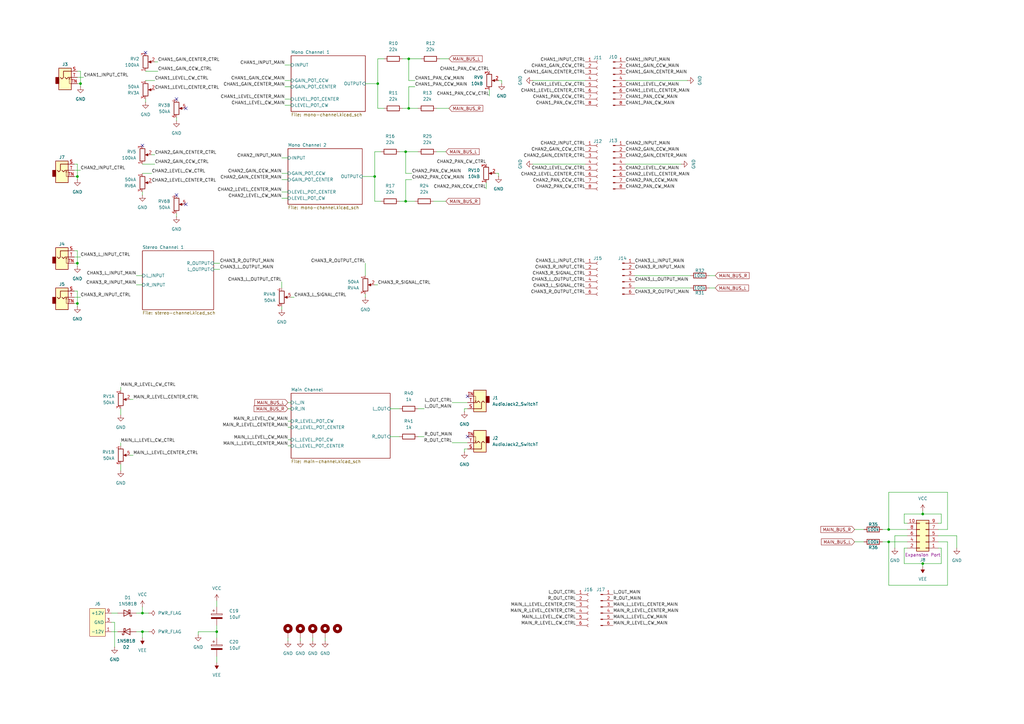
<source format=kicad_sch>
(kicad_sch (version 20231120) (generator "eeschema") (generator_version "8.0")
  (paper "A3")
  (title_block (title "BCM Mixer") (date "2024-11-17") (rev "rev01") (company "Bristol Communal Modular") (comment 2 "creativecommons.org/licenses/by/4.0/") (comment 3 "License: CC BY 4.0") (comment 4 "Author: Guy John"))
  (junction (at 364.49 222.25))
  (junction (at 58.42 251.46))
  (junction (at 31.75 107.95))
  (junction (at 153.67 72.39))
  (junction (at 167.64 44.45))
  (junction (at 31.75 124.46))
  (junction (at 33.02 34.29))
  (junction (at 154.94 34.29))
  (junction (at 88.9 259.08))
  (junction (at 58.42 259.08))
  (junction (at 364.49 217.17))
  (junction (at 167.64 24.13))
  (junction (at 166.37 62.23))
  (junction (at 166.37 82.55))
  (junction (at 378.46 231.14))
  (junction (at 378.46 210.82))
  (junction (at 31.75 72.39))
  (no_connect (at 72.39 40.64))
  (no_connect (at 191.77 179.07))
  (no_connect (at 76.2 44.45))
  (no_connect (at 191.77 162.56))
  (no_connect (at 76.2 83.82))
  (no_connect (at 72.39 80.01))
  (no_connect (at 59.69 21.59))
  (no_connect (at 58.42 59.69))
  (wire (pts (xy 350.52 222.25) (xy 354.33 222.25)))
  (wire (pts (xy 58.42 259.08) (xy 58.42 261.62)))
  (wire (pts (xy 203.2 71.12) (xy 204.47 71.12)))
  (wire (pts (xy 31.75 34.29) (xy 33.02 34.29)))
  (wire (pts (xy 31.75 67.31) (xy 31.75 72.39)))
  (wire (pts (xy 88.9 256.54) (xy 88.9 259.08)))
  (wire (pts (xy 167.64 24.13) (xy 172.72 24.13)))
  (wire (pts (xy 148.59 72.39) (xy 153.67 72.39)))
  (wire (pts (xy 384.81 217.17) (xy 388.62 217.17)))
  (wire (pts (xy 30.48 124.46) (xy 31.75 124.46)))
  (wire (pts (xy 30.48 67.31) (xy 31.75 67.31)))
  (wire (pts (xy 290.83 113.03) (xy 293.37 113.03)))
  (wire (pts (xy 118.11 182.88) (xy 119.38 182.88)))
  (wire (pts (xy 115.57 73.66) (xy 118.11 73.66)))
  (wire (pts (xy 30.48 107.95) (xy 31.75 107.95)))
  (wire (pts (xy 388.62 222.25) (xy 388.62 240.03)))
  (wire (pts (xy 370.84 231.14) (xy 378.46 231.14)))
  (wire (pts (xy 154.94 24.13) (xy 154.94 34.29)))
  (wire (pts (xy 90.17 107.95) (xy 87.63 107.95)))
  (wire (pts (xy 386.08 210.82) (xy 378.46 210.82)))
  (wire (pts (xy 49.53 181.61) (xy 49.53 182.88)))
  (wire (pts (xy 170.18 35.56) (xy 167.64 35.56)))
  (wire (pts (xy 205.74 33.02) (xy 205.74 34.29)))
  (wire (pts (xy 191.77 167.64) (xy 190.5 167.64)))
  (wire (pts (xy 64.77 25.4) (xy 63.5 25.4)))
  (wire (pts (xy 384.81 214.63) (xy 386.08 214.63)))
  (wire (pts (xy 118.11 262.89) (xy 118.11 261.62)))
  (wire (pts (xy 30.48 105.41) (xy 33.02 105.41)))
  (wire (pts (xy 370.84 224.79) (xy 370.84 231.14)))
  (wire (pts (xy 378.46 231.14) (xy 378.46 232.41)))
  (wire (pts (xy 59.69 40.64) (xy 59.69 41.91)))
  (wire (pts (xy 370.84 214.63) (xy 372.11 214.63)))
  (wire (pts (xy 361.95 222.25) (xy 364.49 222.25)))
  (wire (pts (xy 167.64 24.13) (xy 167.64 33.02)))
  (wire (pts (xy 58.42 67.31) (xy 63.5 67.31)))
  (wire (pts (xy 163.83 62.23) (xy 166.37 62.23)))
  (wire (pts (xy 115.57 115.57) (xy 115.57 118.11)))
  (wire (pts (xy 218.44 67.31) (xy 240.03 67.31)))
  (wire (pts (xy 386.08 231.14) (xy 378.46 231.14)))
  (wire (pts (xy 293.37 118.11) (xy 290.83 118.11)))
  (wire (pts (xy 166.37 62.23) (xy 171.45 62.23)))
  (wire (pts (xy 55.88 259.08) (xy 58.42 259.08)))
  (wire (pts (xy 133.35 262.89) (xy 133.35 261.62)))
  (wire (pts (xy 58.42 259.08) (xy 60.96 259.08)))
  (wire (pts (xy 384.81 222.25) (xy 388.62 222.25)))
  (wire (pts (xy 118.11 175.26) (xy 119.38 175.26)))
  (wire (pts (xy 58.42 251.46) (xy 60.96 251.46)))
  (wire (pts (xy 260.35 113.03) (xy 283.21 113.03)))
  (wire (pts (xy 115.57 71.12) (xy 118.11 71.12)))
  (wire (pts (xy 156.21 62.23) (xy 153.67 62.23)))
  (wire (pts (xy 123.19 262.89) (xy 123.19 261.62)))
  (wire (pts (xy 88.9 246.38) (xy 88.9 248.92)))
  (wire (pts (xy 364.49 201.93) (xy 364.49 217.17)))
  (wire (pts (xy 364.49 240.03) (xy 364.49 222.25)))
  (wire (pts (xy 372.11 224.79) (xy 370.84 224.79)))
  (wire (pts (xy 386.08 224.79) (xy 386.08 231.14)))
  (wire (pts (xy 386.08 214.63) (xy 386.08 210.82)))
  (wire (pts (xy 31.75 119.38) (xy 31.75 124.46)))
  (wire (pts (xy 81.28 260.35) (xy 81.28 259.08)))
  (wire (pts (xy 118.11 167.64) (xy 119.38 167.64)))
  (wire (pts (xy 177.8 82.55) (xy 182.88 82.55)))
  (wire (pts (xy 118.11 180.34) (xy 119.38 180.34)))
  (wire (pts (xy 153.67 72.39) (xy 153.67 82.55)))
  (wire (pts (xy 166.37 82.55) (xy 170.18 82.55)))
  (wire (pts (xy 185.42 181.61) (xy 191.77 181.61)))
  (wire (pts (xy 149.86 34.29) (xy 154.94 34.29)))
  (wire (pts (xy 166.37 73.66) (xy 166.37 82.55)))
  (wire (pts (xy 53.34 163.83) (xy 54.61 163.83)))
  (wire (pts (xy 55.88 116.84) (xy 58.42 116.84)))
  (wire (pts (xy 118.11 165.1) (xy 119.38 165.1)))
  (wire (pts (xy 378.46 210.82) (xy 378.46 209.55)))
  (wire (pts (xy 30.48 119.38) (xy 31.75 119.38)))
  (wire (pts (xy 384.81 219.71) (xy 392.43 219.71)))
  (wire (pts (xy 372.11 219.71) (xy 367.03 219.71)))
  (wire (pts (xy 163.83 179.07) (xy 160.02 179.07)))
  (wire (pts (xy 361.95 217.17) (xy 364.49 217.17)))
  (wire (pts (xy 55.88 251.46) (xy 58.42 251.46)))
  (wire (pts (xy 160.02 167.64) (xy 163.83 167.64)))
  (wire (pts (xy 392.43 219.71) (xy 392.43 224.79)))
  (wire (pts (xy 185.42 165.1) (xy 191.77 165.1)))
  (wire (pts (xy 350.52 217.17) (xy 354.33 217.17)))
  (wire (pts (xy 58.42 248.92) (xy 58.42 251.46)))
  (wire (pts (xy 167.64 44.45) (xy 171.45 44.45)))
  (wire (pts (xy 388.62 217.17) (xy 388.62 201.93)))
  (wire (pts (xy 115.57 81.28) (xy 118.11 81.28)))
  (wire (pts (xy 370.84 210.82) (xy 370.84 214.63)))
  (wire (pts (xy 388.62 201.93) (xy 364.49 201.93)))
  (wire (pts (xy 45.72 251.46) (xy 48.26 251.46)))
  (wire (pts (xy 167.64 35.56) (xy 167.64 44.45)))
  (wire (pts (xy 364.49 222.25) (xy 372.11 222.25)))
  (wire (pts (xy 49.53 167.64) (xy 49.53 170.18)))
  (wire (pts (xy 49.53 158.75) (xy 49.53 160.02)))
  (wire (pts (xy 31.75 102.87) (xy 31.75 107.95)))
  (wire (pts (xy 62.23 71.12) (xy 58.42 71.12)))
  (wire (pts (xy 167.64 33.02) (xy 170.18 33.02)))
  (wire (pts (xy 116.84 35.56) (xy 119.38 35.56)))
  (wire (pts (xy 88.9 269.24) (xy 88.9 271.78)))
  (wire (pts (xy 166.37 62.23) (xy 166.37 71.12)))
  (wire (pts (xy 116.84 43.18) (xy 119.38 43.18)))
  (wire (pts (xy 88.9 259.08) (xy 88.9 261.62)))
  (wire (pts (xy 190.5 184.15) (xy 190.5 185.42)))
  (wire (pts (xy 260.35 118.11) (xy 283.21 118.11)))
  (wire (pts (xy 388.62 240.03) (xy 364.49 240.03)))
  (wire (pts (xy 256.54 33.02) (xy 281.94 33.02)))
  (wire (pts (xy 153.67 62.23) (xy 153.67 72.39)))
  (wire (pts (xy 179.07 44.45) (xy 184.15 44.45)))
  (wire (pts (xy 55.88 113.03) (xy 58.42 113.03)))
  (wire (pts (xy 153.67 82.55) (xy 156.21 82.55)))
  (wire (pts (xy 63.5 63.5) (xy 62.23 63.5)))
  (wire (pts (xy 191.77 184.15) (xy 190.5 184.15)))
  (wire (pts (xy 167.64 44.45) (xy 165.1 44.45)))
  (wire (pts (xy 384.81 224.79) (xy 386.08 224.79)))
  (wire (pts (xy 72.39 49.53) (xy 72.39 48.26)))
  (wire (pts (xy 30.48 69.85) (xy 33.02 69.85)))
  (wire (pts (xy 116.84 26.67) (xy 119.38 26.67)))
  (wire (pts (xy 200.66 36.83) (xy 200.66 39.37)))
  (wire (pts (xy 157.48 24.13) (xy 154.94 24.13)))
  (wire (pts (xy 166.37 82.55) (xy 163.83 82.55)))
  (wire (pts (xy 153.67 116.84) (xy 154.94 116.84)))
  (wire (pts (xy 204.47 33.02) (xy 205.74 33.02)))
  (wire (pts (xy 115.57 78.74) (xy 118.11 78.74)))
  (wire (pts (xy 118.11 172.72) (xy 119.38 172.72)))
  (wire (pts (xy 119.38 121.92) (xy 120.65 121.92)))
  (wire (pts (xy 31.75 29.21) (xy 33.02 29.21)))
  (wire (pts (xy 116.84 33.02) (xy 119.38 33.02)))
  (wire (pts (xy 45.72 259.08) (xy 48.26 259.08)))
  (wire (pts (xy 128.27 262.89) (xy 128.27 261.62)))
  (wire (pts (xy 149.86 120.65) (xy 149.86 121.92)))
  (wire (pts (xy 115.57 64.77) (xy 118.11 64.77)))
  (wire (pts (xy 154.94 34.29) (xy 154.94 44.45)))
  (wire (pts (xy 31.75 31.75) (xy 34.29 31.75)))
  (wire (pts (xy 116.84 40.64) (xy 119.38 40.64)))
  (wire (pts (xy 31.75 107.95) (xy 31.75 109.22)))
  (wire (pts (xy 154.94 44.45) (xy 157.48 44.45)))
  (wire (pts (xy 182.88 62.23) (xy 179.07 62.23)))
  (wire (pts (xy 168.91 73.66) (xy 166.37 73.66)))
  (wire (pts (xy 30.48 121.92) (xy 33.02 121.92)))
  (wire (pts (xy 49.53 190.5) (xy 49.53 193.04)))
  (wire (pts (xy 199.39 74.93) (xy 199.39 77.47)))
  (wire (pts (xy 30.48 102.87) (xy 31.75 102.87)))
  (wire (pts (xy 72.39 88.9) (xy 72.39 87.63)))
  (wire (pts (xy 58.42 78.74) (xy 58.42 80.01)))
  (wire (pts (xy 204.47 71.12) (xy 204.47 72.39)))
  (wire (pts (xy 166.37 71.12) (xy 168.91 71.12)))
  (wire (pts (xy 59.69 29.21) (xy 64.77 29.21)))
  (wire (pts (xy 171.45 167.64) (xy 173.99 167.64)))
  (wire (pts (xy 33.02 29.21) (xy 33.02 34.29)))
  (wire (pts (xy 165.1 24.13) (xy 167.64 24.13)))
  (wire (pts (xy 367.03 219.71) (xy 367.03 224.79)))
  (wire (pts (xy 46.99 255.27) (xy 46.99 265.43)))
  (wire (pts (xy 149.86 107.95) (xy 149.86 113.03)))
  (wire (pts (xy 256.54 67.31) (xy 279.4 67.31)))
  (wire (pts (xy 90.17 110.49) (xy 87.63 110.49)))
  (wire (pts (xy 364.49 217.17) (xy 372.11 217.17)))
  (wire (pts (xy 115.57 125.73) (xy 115.57 127)))
  (wire (pts (xy 30.48 72.39) (xy 31.75 72.39)))
  (wire (pts (xy 184.15 24.13) (xy 180.34 24.13)))
  (wire (pts (xy 31.75 124.46) (xy 31.75 125.73)))
  (wire (pts (xy 33.02 34.29) (xy 33.02 35.56)))
  (wire (pts (xy 190.5 167.64) (xy 190.5 168.91)))
  (wire (pts (xy 31.75 72.39) (xy 31.75 73.66)))
  (wire (pts (xy 63.5 33.02) (xy 59.69 33.02)))
  (wire (pts (xy 378.46 210.82) (xy 370.84 210.82)))
  (wire (pts (xy 173.99 179.07) (xy 171.45 179.07)))
  (wire (pts (xy 81.28 259.08) (xy 88.9 259.08)))
  (wire (pts (xy 218.44 33.02) (xy 240.03 33.02)))
  (wire (pts (xy 45.72 255.27) (xy 46.99 255.27)))
  (wire (pts (xy 53.34 186.69) (xy 54.61 186.69)))
  (label "CHAN2_GAIN_CCW_MAIN" (at 115.57 71.12 180))
  (label "CHAN1_INPUT_MAIN" (at 256.54 25.4 0))
  (label "CHAN1_LEVEL_CENTER_MAIN" (at 116.84 40.64 180))
  (label "CHAN1_PAN_CCW_MAIN" (at 170.18 35.56 0))
  (label "CHAN2_GAIN_CCW_MAIN" (at 256.54 62.23 0))
  (label "MAIN_R_LEVEL_CW_MAIN" (at 118.11 172.72 180))
  (label "CHAN3_L_INPUT_MAIN" (at 55.88 113.03 180))
  (label "MAIN_R_LEVEL_CW_CTRL" (at 49.53 158.75 0))
  (label "CHAN3_L_INPUT_CTRL" (at 33.02 105.41 0))
  (label "CHAN1_GAIN_CENTER_CTRL" (at 64.77 25.4 0))
  (label "R_OUT_CTRL" (at 236.22 246.38 180))
  (label "CHAN1_PAN_CW_CTRL" (at 200.66 29.21 180))
  (label "MAIN_L_LEVEL_CW_MAIN" (at 251.46 254 0))
  (label "CHAN2_LEVEL_CENTER_MAIN" (at 256.54 72.39 0))
  (label "CHAN2_PAN_CW_MAIN" (at 168.91 71.12 0))
  (label "CHAN2_GAIN_CCW_CTRL" (at 240.03 62.23 180))
  (label "L_OUT_MAIN" (at 173.99 167.64 0))
  (label "CHAN1_PAN_CCW_CTRL" (at 200.66 39.37 180))
  (label "CHAN2_GAIN_CENTER_CTRL" (at 63.5 63.5 0))
  (label "CHAN3_L_SIGNAL_CTRL" (at 120.65 121.92 0))
  (label "CHAN2_LEVEL_CW_CTRL" (at 62.23 71.12 0))
  (label "CHAN1_PAN_CW_MAIN" (at 170.18 33.02 0))
  (label "CHAN2_LEVEL_CW_CTRL" (at 240.03 69.85 180))
  (label "MAIN_R_LEVEL_CENTER_CTRL" (at 236.22 251.46 180))
  (label "MAIN_L_LEVEL_CW_MAIN" (at 118.11 180.34 180))
  (label "MAIN_L_LEVEL_CENTER_MAIN" (at 251.46 248.92 0))
  (label "CHAN1_GAIN_CCW_MAIN" (at 256.54 27.94 0))
  (label "CHAN1_PAN_CCW_MAIN" (at 256.54 40.64 0))
  (label "CHAN2_LEVEL_CW_MAIN" (at 115.57 81.28 180))
  (label "CHAN1_GAIN_CCW_MAIN" (at 116.84 33.02 180))
  (label "CHAN1_PAN_CW_MAIN" (at 256.54 43.18 0))
  (label "CHAN3_R_SIGNAL_CTRL" (at 240.03 113.03 180))
  (label "CHAN3_R_SIGNAL_CTRL" (at 154.94 116.84 0))
  (label "CHAN2_PAN_CW_CTRL" (at 240.03 77.47 180))
  (label "CHAN1_GAIN_CCW_CTRL" (at 240.03 27.94 180))
  (label "MAIN_L_LEVEL_CENTER_CTRL" (at 54.61 186.69 0))
  (label "CHAN1_LEVEL_CW_CTRL" (at 63.5 33.02 0))
  (label "CHAN2_PAN_CW_MAIN" (at 256.54 77.47 0))
  (label "CHAN1_LEVEL_CW_MAIN" (at 256.54 35.56 0))
  (label "CHAN2_PAN_CCW_MAIN" (at 168.91 73.66 0))
  (label "CHAN1_GAIN_CENTER_CTRL" (at 240.03 30.48 180))
  (label "CHAN1_INPUT_CTRL" (at 34.29 31.75 0))
  (label "CHAN2_LEVEL_CENTER_MAIN" (at 115.57 78.74 180))
  (label "CHAN3_L_OUTPUT_CTRL" (at 240.03 115.57 180))
  (label "CHAN3_L_OUTPUT_MAIN" (at 260.35 115.57 0))
  (label "CHAN3_R_INPUT_MAIN" (at 260.35 110.49 0))
  (label "CHAN1_LEVEL_CENTER_MAIN" (at 256.54 38.1 0))
  (label "CHAN2_PAN_CW_CTRL" (at 199.39 67.31 180))
  (label "CHAN3_L_OUTPUT_CTRL" (at 115.57 115.57 180))
  (label "CHAN3_R_OUTPUT_MAIN" (at 90.17 107.95 0))
  (label "CHAN2_GAIN_CENTER_CTRL" (at 240.03 64.77 180))
  (label "CHAN3_R_INPUT_MAIN" (at 55.88 116.84 180))
  (label "CHAN2_GAIN_CENTER_MAIN" (at 115.57 73.66 180))
  (label "CHAN1_LEVEL_CW_CTRL" (at 240.03 35.56 180))
  (label "CHAN2_GAIN_CCW_CTRL" (at 63.5 67.31 0))
  (label "CHAN3_L_SIGNAL_CTRL" (at 240.03 118.11 180))
  (label "CHAN3_R_OUTPUT_CTRL" (at 149.86 107.95 180))
  (label "MAIN_L_LEVEL_CW_CTRL" (at 49.53 181.61 0))
  (label "CHAN3_R_OUTPUT_MAIN" (at 260.35 120.65 0))
  (label "CHAN3_R_INPUT_CTRL" (at 33.02 121.92 0))
  (label "L_OUT_MAIN" (at 251.46 243.84 0))
  (label "CHAN2_PAN_CCW_CTRL" (at 199.39 77.47 180))
  (label "CHAN1_GAIN_CENTER_MAIN" (at 116.84 35.56 180))
  (label "CHAN1_PAN_CW_CTRL" (at 240.03 43.18 180))
  (label "CHAN3_L_INPUT_MAIN" (at 260.35 107.95 0))
  (label "CHAN1_PAN_CCW_CTRL" (at 240.03 40.64 180))
  (label "CHAN3_L_OUTPUT_MAIN" (at 90.17 110.49 0))
  (label "L_OUT_CTRL" (at 185.42 165.1 180))
  (label "CHAN2_LEVEL_CENTER_CTRL" (at 62.23 74.93 0))
  (label "CHAN3_R_OUTPUT_CTRL" (at 240.03 120.65 180))
  (label "MAIN_R_LEVEL_CENTER_MAIN" (at 118.11 175.26 180))
  (label "R_OUT_CTRL" (at 185.42 181.61 180))
  (label "CHAN2_PAN_CCW_CTRL" (at 240.03 74.93 180))
  (label "CHAN1_GAIN_CCW_CTRL" (at 64.77 29.21 0))
  (label "CHAN3_R_INPUT_CTRL" (at 240.03 110.49 180))
  (label "CHAN3_L_INPUT_CTRL" (at 240.03 107.95 180))
  (label "CHAN1_INPUT_CTRL" (at 240.03 25.4 180))
  (label "CHAN2_LEVEL_CW_MAIN" (at 256.54 69.85 0))
  (label "CHAN1_INPUT_MAIN" (at 116.84 26.67 180))
  (label "L_OUT_CTRL" (at 236.22 243.84 180))
  (label "R_OUT_MAIN" (at 251.46 246.38 0))
  (label "MAIN_R_LEVEL_CENTER_MAIN" (at 251.46 251.46 0))
  (label "CHAN1_LEVEL_CENTER_CTRL" (at 63.5 36.83 0))
  (label "CHAN2_INPUT_CTRL" (at 33.02 69.85 0))
  (label "MAIN_L_LEVEL_CENTER_MAIN" (at 118.11 182.88 180))
  (label "MAIN_R_LEVEL_CW_MAIN" (at 251.46 256.54 0))
  (label "CHAN2_PAN_CCW_MAIN" (at 256.54 74.93 0))
  (label "CHAN2_INPUT_MAIN" (at 115.57 64.77 180))
  (label "CHAN2_INPUT_MAIN" (at 256.54 59.69 0))
  (label "MAIN_R_LEVEL_CENTER_CTRL" (at 54.61 163.83 0))
  (label "CHAN2_LEVEL_CENTER_CTRL" (at 240.03 72.39 180))
  (label "CHAN1_LEVEL_CENTER_CTRL" (at 240.03 38.1 180))
  (label "MAIN_L_LEVEL_CW_CTRL" (at 236.22 254 180))
  (label "MAIN_L_LEVEL_CENTER_CTRL" (at 236.22 248.92 180))
  (label "CHAN1_GAIN_CENTER_MAIN" (at 256.54 30.48 0))
  (label "CHAN2_GAIN_CENTER_MAIN" (at 256.54 64.77 0))
  (label "CHAN1_LEVEL_CW_MAIN" (at 116.84 43.18 180))
  (label "CHAN2_INPUT_CTRL" (at 240.03 59.69 180))
  (label "R_OUT_MAIN" (at 173.99 179.07 0))
  (label "MAIN_R_LEVEL_CW_CTRL" (at 236.22 256.54 180))
  (global_label "MAIN_BUS_R" (shape input) (at 184.15 44.45 0) (property "Intersheetrefs" "${INTERSHEET_REFS}" (effects (hide yes))))
  (global_label "MAIN_BUS_R" (shape input) (at 350.52 217.17 180) (property "Intersheetrefs" "${INTERSHEET_REFS}" (effects (hide yes))))
  (global_label "MAIN_BUS_R" (shape input) (at 118.11 167.64 180) (property "Intersheetrefs" "${INTERSHEET_REFS}" (effects (hide yes))))
  (global_label "MAIN_BUS_R" (shape input) (at 182.88 82.55 0) (property "Intersheetrefs" "${INTERSHEET_REFS}" (effects (hide yes))))
  (global_label "MAIN_BUS_R" (shape input) (at 293.37 113.03 0) (property "Intersheetrefs" "${INTERSHEET_REFS}" (effects (hide yes))))
  (global_label "MAIN_BUS_L" (shape input) (at 182.88 62.23 0) (property "Intersheetrefs" "${INTERSHEET_REFS}" (effects (hide yes))))
  (global_label "MAIN_BUS_L" (shape input) (at 350.52 222.25 180) (property "Intersheetrefs" "${INTERSHEET_REFS}" (effects (hide yes))))
  (global_label "MAIN_BUS_L" (shape input) (at 293.37 118.11 0) (property "Intersheetrefs" "${INTERSHEET_REFS}" (effects (hide yes))))
  (global_label "MAIN_BUS_L" (shape input) (at 184.15 24.13 0) (property "Intersheetrefs" "${INTERSHEET_REFS}" (effects (hide yes))))
  (global_label "MAIN_BUS_L" (shape input) (at 118.11 165.1 180) (property "Intersheetrefs" "${INTERSHEET_REFS}" (effects (hide yes))))
  (symbol (lib_id "Rumblesan_Standard_Parts:R_Potentiometer_Dual_Separate") (at 149.86 116.84 0) (unit 1)
    (property "Reference" "RV4" (at 147.32 118.1101 0) (effects (justify right)))
    (property "Value" "50kA" (at 147.32 115.5701 0) (effects (justify right)))
    (property "Footprint" "Rumblesan_Potentiometer_THT:Potentiometer_TTElectronics_PS45_Dual_Frame" (effects (hide yes)))
    (property "Description" "Dual potentiometer, separate units" (effects (hide yes)))
  )
  (symbol (lib_id "power:GND") (at 31.75 73.66 0) (unit 1)
    (property "Reference" "#PWR043" (effects (hide yes)))
    (property "Value" "GND" (at 31.75 78.74 0))
    (property "Description" "Power symbol creates a global label with name \"GND\" , ground" (effects (hide yes)))
  )
  (symbol (lib_id "power:GND") (at 33.02 35.56 0) (unit 1)
    (property "Reference" "#PWR08" (effects (hide yes)))
    (property "Value" "GND" (at 33.02 40.64 0))
    (property "Description" "Power symbol creates a global label with name \"GND\" , ground" (effects (hide yes)))
  )
  (symbol (lib_id "power:GND") (at 123.19 262.89 0) (unit 1)
    (property "Reference" "#PWR056" (effects (hide yes)))
    (property "Value" "GND" (at 123.19 267.97 0))
    (property "Description" "Power symbol creates a global label with name \"GND\" , ground" (effects (hide yes)))
  )
  (symbol (lib_id "Rumblesan_Standard_Parts:R") (at 160.02 62.23 90) (unit 1)
    (property "Reference" "R16" (at 160.02 55.88 90))
    (property "Value" "22k" (at 160.02 58.42 90))
    (property "Footprint" "Rumblesan_Standard_Parts:R_Axial_DIN0207_L6.3mm_D2.5mm_P10.16mm_Horizontal" (effects (hide yes)))
    (property "Description" "Resistor" (effects (hide yes)))
    (property "Tolerance" "1%" (effects (hide yes)))
    (property "Power" "0.5W" (effects (hide yes)))
    (property "Spec" "metal film" (effects (hide yes)))
  )
  (symbol (lib_id "Rumblesan_Standard_Parts:R") (at 176.53 24.13 90) (unit 1)
    (property "Reference" "R12" (at 176.53 17.78 90))
    (property "Value" "22k" (at 176.53 20.32 90))
    (property "Footprint" "Rumblesan_Standard_Parts:R_Axial_DIN0207_L6.3mm_D2.5mm_P10.16mm_Horizontal" (effects (hide yes)))
    (property "Description" "Resistor" (effects (hide yes)))
    (property "Tolerance" "1%" (effects (hide yes)))
    (property "Power" "0.5W" (effects (hide yes)))
    (property "Spec" "metal film" (effects (hide yes)))
  )
  (symbol (lib_id "power:GND") (at 218.44 33.02 270) (unit 1)
    (property "Reference" "#PWR061" (effects (hide yes)))
    (property "Value" "GND" (at 213.36 33.02 0))
    (property "Description" "Power symbol creates a global label with name \"GND\" , ground" (effects (hide yes)))
  )
  (symbol (lib_id "Connector:Conn_01x08_Socket") (at 245.11 67.31 0) (unit 1)
    (property "Reference" "J12" (at 243.332 57.912 0) (effects (justify left)))
    (property "Value" "Conn_01x08_Socket" (effects (hide yes)))
    (property "Footprint" "Connector_PinSocket_2.54mm:PinSocket_1x08_P2.54mm_Vertical" (effects (hide yes)))
    (property "Description" "Generic connector, single row, 01x08, script generated" (effects (hide yes)))
  )
  (symbol (lib_id "power:GND") (at 72.39 88.9 0) (unit 1)
    (property "Reference" "#PWR054" (effects (hide yes)))
    (property "Value" "GND" (at 72.39 93.98 0))
    (property "Description" "Power symbol creates a global label with name \"GND\" , ground" (effects (hide yes)))
  )
  (symbol (lib_id "Connector:Conn_01x06_Pin") (at 255.27 113.03 0) (unit 1)
    (property "Reference" "J14" (at 255.27 105.918 0))
    (property "Value" "Conn_01x06_Pin" (effects (hide yes)))
    (property "Footprint" "Connector_PinHeader_2.54mm:PinHeader_1x06_P2.54mm_Vertical" (effects (hide yes)))
    (property "Description" "Generic connector, single row, 01x06, script generated" (effects (hide yes)))
  )
  (symbol (lib_id "Mechanical:MountingHole_Pad") (at 123.19 259.08 0) (unit 1) (exclude_from_sim yes) (in_bom no)
    (property "Reference" "H2" (effects (hide yes)))
    (property "Value" "MountingHole_Pad" (effects (hide yes)))
    (property "Footprint" "Rumblesan_Standard_Parts:MountingHole_3.2mm_M3_DIN965_Pad" (effects (hide yes)))
    (property "Description" "Mounting Hole with connection" (effects (hide yes)))
  )
  (symbol (lib_id "Rumblesan_Standard_Parts:R_Potentiometer") (at 58.42 63.5 0) (mirror x) (unit 1)
    (property "Reference" "RV5" (at 55.88 62.2299 0) (effects (justify right)))
    (property "Value" "100kA" (at 55.88 64.7699 0) (effects (justify right)))
    (property "Footprint" "Rumblesan_Potentiometer_THT:Potentiometer_Alpha_RD901F-40-00D_Single_Vertical" (effects (hide yes)))
    (property "Datasheet" "http://www.taiwanalpha.com/downloads?target=products&id=113" (effects (hide yes)))
    (property "Description" "Potentiometer" (effects (hide yes)))
  )
  (symbol (lib_id "power:GND") (at 133.35 262.89 0) (unit 1)
    (property "Reference" "#PWR068" (effects (hide yes)))
    (property "Value" "GND" (at 133.35 267.97 0))
    (property "Description" "Power symbol creates a global label with name \"GND\" , ground" (effects (hide yes)))
  )
  (symbol (lib_id "power:GND") (at 204.47 72.39 0) (unit 1)
    (property "Reference" "#PWR064" (effects (hide yes)))
    (property "Value" "GND" (at 204.47 77.47 0))
    (property "Description" "Power symbol creates a global label with name \"GND\" , ground" (effects (hide yes)))
  )
  (symbol (lib_id "power:PWR_FLAG") (at 60.96 259.08 270) (unit 1)
    (property "Reference" "#FLG02" (effects (hide yes)))
    (property "Value" "PWR_FLAG" (at 64.77 259.0799 90) (effects (justify left)))
    (property "Description" "Special symbol for telling ERC where power comes from" (effects (hide yes)))
  )
  (symbol (lib_id "Connector_Audio:AudioJack2_SwitchT") (at 26.67 31.75 0) (unit 1)
    (property "Reference" "J3" (at 26.67 26.416 0))
    (property "Value" "AudioJack2_SwitchT" (effects (hide yes)))
    (property "Footprint" "Rumblesan_Audio_Connectors:Jack_3.5mm_QingPu_WQP-PJ398SM_Vertical" (effects (hide yes)))
    (property "Description" "Audio Jack, 2 Poles (Mono / TS), Switched T Pole (Normalling)" (effects (hide yes)))
  )
  (symbol (lib_id "Mechanical:MountingHole_Pad") (at 118.11 259.08 0) (unit 1) (exclude_from_sim yes) (in_bom no)
    (property "Reference" "H1" (effects (hide yes)))
    (property "Value" "MountingHole_Pad" (effects (hide yes)))
    (property "Footprint" "Rumblesan_Standard_Parts:MountingHole_3.2mm_M3_DIN965_Pad" (effects (hide yes)))
    (property "Description" "Mounting Hole with connection" (effects (hide yes)))
  )
  (symbol (lib_id "power:GND") (at 118.11 262.89 0) (unit 1)
    (property "Reference" "#PWR055" (effects (hide yes)))
    (property "Value" "GND" (at 118.11 267.97 0))
    (property "Description" "Power symbol creates a global label with name \"GND\" , ground" (effects (hide yes)))
  )
  (symbol (lib_id "power:GND") (at 31.75 109.22 0) (unit 1)
    (property "Reference" "#PWR033" (effects (hide yes)))
    (property "Value" "GND" (at 31.75 114.3 0))
    (property "Description" "Power symbol creates a global label with name \"GND\" , ground" (effects (hide yes)))
  )
  (symbol (lib_id "Rumblesan_Standard_Parts:R") (at 175.26 62.23 90) (unit 1)
    (property "Reference" "R25" (at 175.26 55.88 90))
    (property "Value" "22k" (at 175.26 58.42 90))
    (property "Footprint" "Rumblesan_Standard_Parts:R_Axial_DIN0207_L6.3mm_D2.5mm_P10.16mm_Horizontal" (effects (hide yes)))
    (property "Description" "Resistor" (effects (hide yes)))
    (property "Tolerance" "1%" (effects (hide yes)))
    (property "Power" "0.5W" (effects (hide yes)))
    (property "Spec" "metal film" (effects (hide yes)))
  )
  (symbol (lib_id "power:PWR_FLAG") (at 60.96 251.46 270) (unit 1)
    (property "Reference" "#FLG01" (effects (hide yes)))
    (property "Value" "PWR_FLAG" (at 64.77 251.4599 90) (effects (justify left)))
    (property "Description" "Special symbol for telling ERC where power comes from" (effects (hide yes)))
  )
  (symbol (lib_id "Connector:Conn_01x06_Socket") (at 245.11 113.03 0) (unit 1)
    (property "Reference" "J15" (at 243.332 105.918 0) (effects (justify left)))
    (property "Value" "Conn_01x06_Socket" (effects (hide yes)))
    (property "Footprint" "Connector_PinSocket_2.54mm:PinSocket_1x06_P2.54mm_Vertical" (effects (hide yes)))
    (property "Description" "Generic connector, single row, 01x06, script generated" (effects (hide yes)))
  )
  (symbol (lib_id "Rumblesan_Standard_Parts:R_Potentiometer_Dual_Separate") (at 49.53 163.83 0) (unit 1)
    (property "Reference" "RV1" (at 46.99 162.5599 0) (effects (justify right)))
    (property "Value" "50kA" (at 46.99 165.0999 0) (effects (justify right)))
    (property "Footprint" "Rumblesan_Potentiometer_THT:Potentiometer_TTElectronics_PS45_Dual_Frame" (effects (hide yes)))
    (property "Description" "Dual potentiometer, separate units" (effects (hide yes)))
  )
  (symbol (lib_id "Rumblesan_Standard_Parts:R_Potentiometer_Dual_Separate") (at 72.39 44.45 0) (unit 2)
    (property "Reference" "RV3" (at 69.85 43.1799 0) (effects (justify right)))
    (property "Value" "50kA" (at 69.85 45.7199 0) (effects (justify right)))
    (property "Footprint" "Rumblesan_Potentiometer_THT:Potentiometer_TTElectronics_PS45_Dual_Frame" (effects (hide yes)))
    (property "Description" "Dual potentiometer, separate units" (effects (hide yes)))
  )
  (symbol (lib_id "Rumblesan_Standard_Parts:R") (at 160.02 82.55 90) (unit 1)
    (property "Reference" "R17" (at 160.02 76.2 90))
    (property "Value" "22k" (at 160.02 78.74 90))
    (property "Footprint" "Rumblesan_Standard_Parts:R_Axial_DIN0207_L6.3mm_D2.5mm_P10.16mm_Horizontal" (effects (hide yes)))
    (property "Description" "Resistor" (effects (hide yes)))
    (property "Tolerance" "1%" (effects (hide yes)))
    (property "Power" "0.5W" (effects (hide yes)))
    (property "Spec" "metal film" (effects (hide yes)))
  )
  (symbol (lib_id "power:VEE") (at 378.46 232.41 180) (unit 1)
    (property "Reference" "#PWR059" (effects (hide yes)))
    (property "Value" "VEE" (at 378.46 237.49 0))
    (property "Description" "Power symbol creates a global label with name \"VEE\"" (effects (hide yes)))
  )
  (symbol (lib_id "power:VEE") (at 88.9 271.78 180) (unit 1)
    (property "Reference" "#PWR042" (effects (hide yes)))
    (property "Value" "VEE" (at 88.9 276.86 0))
    (property "Description" "Power symbol creates a global label with name \"VEE\"" (effects (hide yes)))
  )
  (symbol (lib_id "Rumblesan_Eurorack_Power:Eurorack Power Small") (at 39.37 255.27 0) (unit 1)
    (property "Reference" "J6" (at 40.005 247.65 0))
    (property "Value" "Eurorack Power Small" (effects (hide yes)))
    (property "Footprint" "Rumblesan_Eurorack_Power:Eurorack_Power_IDC-Header_2x05_P2.54mm_Vertical" (effects (hide yes)))
  )
  (symbol (lib_id "power:GND") (at 81.28 260.35 0) (unit 1)
    (property "Reference" "#PWR040" (effects (hide yes)))
    (property "Value" "GND" (at 81.28 265.43 0))
    (property "Description" "Power symbol creates a global label with name \"GND\" , ground" (effects (hide yes)))
  )
  (symbol (lib_id "power:GND") (at 149.86 121.92 0) (unit 1)
    (property "Reference" "#PWR035" (effects (hide yes)))
    (property "Value" "GND" (at 149.86 127 0))
    (property "Description" "Power symbol creates a global label with name \"GND\" , ground" (effects (hide yes)))
  )
  (symbol (lib_id "power:GND") (at 31.75 125.73 0) (unit 1)
    (property "Reference" "#PWR034" (effects (hide yes)))
    (property "Value" "GND" (at 31.75 130.81 0))
    (property "Description" "Power symbol creates a global label with name \"GND\" , ground" (effects (hide yes)))
  )
  (symbol (lib_id "Rumblesan_Standard_Parts:C_Polarized") (at 88.9 265.43 0) (unit 1)
    (property "Reference" "C20" (at 93.98 263.2709 0) (effects (justify left)))
    (property "Value" "10uF" (at 93.98 265.8109 0) (effects (justify left)))
    (property "Footprint" "Rumblesan_Standard_Parts:CP_Radial_D5.0mm_P2.00mm" (effects (hide yes)))
    (property "Description" "Polarized capacitor" (effects (hide yes)))
    (property "Spec" "electrolytic" (effects (hide yes)))
    (property "Tolerance" "20%" (effects (hide yes)))
    (property "Voltage" "50v" (effects (hide yes)))
  )
  (symbol (lib_id "power:VCC") (at 58.42 248.92 0) (unit 1)
    (property "Reference" "#PWR038" (effects (hide yes)))
    (property "Value" "VCC" (at 58.42 243.84 0))
    (property "Description" "Power symbol creates a global label with name \"VCC\"" (effects (hide yes)))
  )
  (symbol (lib_id "power:GND") (at 279.4 67.31 90) (unit 1)
    (property "Reference" "#PWR066" (effects (hide yes)))
    (property "Value" "GND" (at 284.48 67.31 0))
    (property "Description" "Power symbol creates a global label with name \"GND\" , ground" (effects (hide yes)))
  )
  (symbol (lib_id "power:GND") (at 190.5 168.91 0) (unit 1)
    (property "Reference" "#PWR017" (effects (hide yes)))
    (property "Value" "GND" (at 190.5 173.99 0))
    (property "Description" "Power symbol creates a global label with name \"GND\" , ground" (effects (hide yes)))
  )
  (symbol (lib_id "Rumblesan_Standard_Parts:R_Potentiometer") (at 59.69 25.4 0) (mirror x) (unit 1)
    (property "Reference" "RV2" (at 57.15 24.1299 0) (effects (justify right)))
    (property "Value" "100kA" (at 57.15 26.6699 0) (effects (justify right)))
    (property "Footprint" "Rumblesan_Potentiometer_THT:Potentiometer_Alpha_RD901F-40-00D_Single_Vertical" (effects (hide yes)))
    (property "Datasheet" "http://www.taiwanalpha.com/downloads?target=products&id=113" (effects (hide yes)))
    (property "Description" "Potentiometer" (effects (hide yes)))
  )
  (symbol (lib_id "power:VCC") (at 378.46 209.55 0) (unit 1)
    (property "Reference" "#PWR058" (effects (hide yes)))
    (property "Value" "VCC" (at 378.46 204.47 0))
    (property "Description" "Power symbol creates a global label with name \"VCC\"" (effects (hide yes)))
  )
  (symbol (lib_id "Connector:Conn_01x06_Pin") (at 246.38 248.92 0) (unit 1)
    (property "Reference" "J17" (at 246.38 241.808 0))
    (property "Value" "Conn_01x06_Pin" (effects (hide yes)))
    (property "Footprint" "Connector_PinHeader_2.54mm:PinHeader_1x06_P2.54mm_Vertical" (effects (hide yes)))
    (property "Description" "Generic connector, single row, 01x06, script generated" (effects (hide yes)))
  )
  (symbol (lib_id "power:GND") (at 281.94 33.02 90) (unit 1)
    (property "Reference" "#PWR062" (effects (hide yes)))
    (property "Value" "GND" (at 287.02 33.02 0))
    (property "Description" "Power symbol creates a global label with name \"GND\" , ground" (effects (hide yes)))
  )
  (symbol (lib_id "Rumblesan_Standard_Parts:R") (at 167.64 179.07 90) (unit 1)
    (property "Reference" "R41" (at 167.64 172.72 90))
    (property "Value" "1k" (at 167.64 175.26 90))
    (property "Footprint" "Rumblesan_Standard_Parts:R_Axial_DIN0207_L6.3mm_D2.5mm_P10.16mm_Horizontal" (effects (hide yes)))
    (property "Description" "Resistor" (effects (hide yes)))
    (property "Tolerance" "1%" (effects (hide yes)))
    (property "Power" "0.5W" (effects (hide yes)))
    (property "Spec" "metal film" (effects (hide yes)))
  )
  (symbol (lib_id "Connector_Audio:AudioJack2_SwitchT") (at 196.85 165.1 180) (unit 1)
    (property "Reference" "J1" (at 201.93 163.1949 0) (effects (justify right)))
    (property "Value" "AudioJack2_SwitchT" (at 201.93 165.7349 0) (effects (justify right)))
    (property "Footprint" "Rumblesan_Audio_Connectors:Jack_3.5mm_QingPu_WQP-PJ398SM_Vertical" (effects (hide yes)))
    (property "Description" "Audio Jack, 2 Poles (Mono / TS), Switched T Pole (Normalling)" (effects (hide yes)))
  )
  (symbol (lib_id "power:GND") (at 46.99 265.43 0) (unit 1)
    (property "Reference" "#PWR037" (effects (hide yes)))
    (property "Value" "GND" (at 46.99 270.51 0))
    (property "Description" "Power symbol creates a global label with name \"GND\" , ground" (effects (hide yes)))
  )
  (symbol (lib_id "Mechanical:MountingHole_Pad") (at 128.27 259.08 0) (unit 1) (exclude_from_sim yes) (in_bom no)
    (property "Reference" "H3" (effects (hide yes)))
    (property "Value" "MountingHole_Pad" (effects (hide yes)))
    (property "Footprint" "Rumblesan_Standard_Parts:MountingHole_3.2mm_M3_DIN965_Pad" (effects (hide yes)))
    (property "Description" "Mounting Hole with connection" (effects (hide yes)))
  )
  (symbol (lib_id "power:GND") (at 128.27 262.89 0) (unit 1)
    (property "Reference" "#PWR067" (effects (hide yes)))
    (property "Value" "GND" (at 128.27 267.97 0))
    (property "Description" "Power symbol creates a global label with name \"GND\" , ground" (effects (hide yes)))
  )
  (symbol (lib_id "Rumblesan_Standard_Parts:R") (at 287.02 118.11 90) (unit 1)
    (property "Reference" "R31" (at 287.02 120.142 90))
    (property "Value" "100k" (at 287.02 118.11 90))
    (property "Footprint" "Rumblesan_Standard_Parts:R_Axial_DIN0207_L6.3mm_D2.5mm_P10.16mm_Horizontal" (effects (hide yes)))
    (property "Description" "Resistor" (effects (hide yes)))
    (property "Tolerance" "1%" (effects (hide yes)))
    (property "Power" "0.5W" (effects (hide yes)))
    (property "Spec" "metal film" (effects (hide yes)))
  )
  (symbol (lib_id "power:VEE") (at 58.42 261.62 180) (unit 1)
    (property "Reference" "#PWR039" (effects (hide yes)))
    (property "Value" "VEE" (at 58.42 266.7 0))
    (property "Description" "Power symbol creates a global label with name \"VEE\"" (effects (hide yes)))
  )
  (symbol (lib_id "power:GND") (at 72.39 49.53 0) (unit 1)
    (property "Reference" "#PWR053" (effects (hide yes)))
    (property "Value" "GND" (at 72.39 54.61 0))
    (property "Description" "Power symbol creates a global label with name \"GND\" , ground" (effects (hide yes)))
  )
  (symbol (lib_id "power:GND") (at 367.03 224.79 0) (unit 1)
    (property "Reference" "#PWR057" (effects (hide yes)))
    (property "Value" "GND" (at 367.03 229.87 0))
    (property "Description" "Power symbol creates a global label with name \"GND\" , ground" (effects (hide yes)))
  )
  (symbol (lib_id "Device:D_Schottky") (at 52.07 251.46 180) (unit 1)
    (property "Reference" "D1" (at 52.3875 245.11 0))
    (property "Value" "1N5818" (at 52.3875 247.65 0))
    (property "Footprint" "Diode_THT:D_DO-41_SOD81_P10.16mm_Horizontal" (effects (hide yes)))
    (property "Description" "Schottky diode" (effects (hide yes)))
  )
  (symbol (lib_id "Rumblesan_Standard_Parts:R") (at 173.99 82.55 90) (unit 1)
    (property "Reference" "R24" (at 173.99 76.2 90))
    (property "Value" "22k" (at 173.99 78.74 90))
    (property "Footprint" "Rumblesan_Standard_Parts:R_Axial_DIN0207_L6.3mm_D2.5mm_P10.16mm_Horizontal" (effects (hide yes)))
    (property "Description" "Resistor" (effects (hide yes)))
    (property "Tolerance" "1%" (effects (hide yes)))
    (property "Power" "0.5W" (effects (hide yes)))
    (property "Spec" "metal film" (effects (hide yes)))
  )
  (symbol (lib_id "Device:D_Schottky") (at 52.07 259.08 0) (mirror x) (unit 1)
    (property "Reference" "D2" (at 51.7525 265.43 0))
    (property "Value" "1N5818" (at 51.7525 262.89 0))
    (property "Footprint" "Diode_THT:D_DO-41_SOD81_P10.16mm_Horizontal" (effects (hide yes)))
    (property "Description" "Schottky diode" (effects (hide yes)))
  )
  (symbol (lib_id "Rumblesan_Standard_Parts:R") (at 358.14 217.17 90) (unit 1)
    (property "Reference" "R36" (at 358.14 224.536 90))
    (property "Value" "100k" (at 358.14 222.25 90))
    (property "Footprint" "Rumblesan_Standard_Parts:R_Axial_DIN0207_L6.3mm_D2.5mm_P10.16mm_Horizontal" (effects (hide yes)))
    (property "Description" "Resistor" (effects (hide yes)))
    (property "Tolerance" "1%" (effects (hide yes)))
    (property "Power" "0.5W" (effects (hide yes)))
    (property "Spec" "metal film" (effects (hide yes)))
  )
  (symbol (lib_id "Connector_Audio:AudioJack2_SwitchT") (at 25.4 121.92 0) (unit 1)
    (property "Reference" "J5" (at 25.4 116.586 0))
    (property "Value" "AudioJack2_SwitchT" (effects (hide yes)))
    (property "Footprint" "Rumblesan_Audio_Connectors:Jack_3.5mm_QingPu_WQP-PJ398SM_Vertical" (effects (hide yes)))
    (property "Description" "Audio Jack, 2 Poles (Mono / TS), Switched T Pole (Normalling)" (effects (hide yes)))
  )
  (symbol (lib_id "Connector_Audio:AudioJack2_SwitchT") (at 25.4 105.41 0) (unit 1)
    (property "Reference" "J4" (at 25.4 100.076 0))
    (property "Value" "AudioJack2_SwitchT" (effects (hide yes)))
    (property "Footprint" "Rumblesan_Audio_Connectors:Jack_3.5mm_QingPu_WQP-PJ398SM_Vertical" (effects (hide yes)))
    (property "Description" "Audio Jack, 2 Poles (Mono / TS), Switched T Pole (Normalling)" (effects (hide yes)))
  )
  (symbol (lib_id "Connector_Audio:AudioJack2_SwitchT") (at 196.85 181.61 180) (unit 1)
    (property "Reference" "J2" (at 201.93 179.7049 0) (effects (justify right)))
    (property "Value" "AudioJack2_SwitchT" (at 201.93 182.2449 0) (effects (justify right)))
    (property "Footprint" "Rumblesan_Audio_Connectors:Jack_3.5mm_QingPu_WQP-PJ398SM_Vertical" (effects (hide yes)))
    (property "Description" "Audio Jack, 2 Poles (Mono / TS), Switched T Pole (Normalling)" (effects (hide yes)))
  )
  (symbol (lib_id "Rumblesan_Standard_Parts:R_Potentiometer_Dual_Separate") (at 49.53 186.69 0) (unit 2)
    (property "Reference" "RV1" (at 46.99 185.4199 0) (effects (justify right)))
    (property "Value" "50kA" (at 46.99 187.9599 0) (effects (justify right)))
    (property "Footprint" "Rumblesan_Potentiometer_THT:Potentiometer_TTElectronics_PS45_Dual_Frame" (effects (hide yes)))
    (property "Description" "Dual potentiometer, separate units" (effects (hide yes)))
  )
  (symbol (lib_id "Rumblesan_Standard_Parts:R_Potentiometer_Dual_Separate") (at 58.42 74.93 0) (unit 1)
    (property "Reference" "RV6" (at 55.88 76.2001 0) (effects (justify right)))
    (property "Value" "50kA" (at 55.88 73.6601 0) (effects (justify right)))
    (property "Footprint" "Rumblesan_Potentiometer_THT:Potentiometer_TTElectronics_PS45_Dual_Frame" (effects (hide yes)))
    (property "Description" "Dual potentiometer, separate units" (effects (hide yes)))
  )
  (symbol (lib_id "Rumblesan_Standard_Parts:R") (at 358.14 222.25 270) (mirror x) (unit 1)
    (property "Reference" "R35" (at 358.14 215.138 90))
    (property "Value" "100k" (at 358.14 217.17 90))
    (property "Footprint" "Rumblesan_Standard_Parts:R_Axial_DIN0207_L6.3mm_D2.5mm_P10.16mm_Horizontal" (effects (hide yes)))
    (property "Description" "Resistor" (effects (hide yes)))
    (property "Tolerance" "1%" (effects (hide yes)))
    (property "Power" "0.5W" (effects (hide yes)))
    (property "Spec" "metal film" (effects (hide yes)))
  )
  (symbol (lib_id "Rumblesan_Standard_Parts:R") (at 175.26 44.45 90) (unit 1)
    (property "Reference" "R13" (at 175.26 38.1 90))
    (property "Value" "22k" (at 175.26 40.64 90))
    (property "Footprint" "Rumblesan_Standard_Parts:R_Axial_DIN0207_L6.3mm_D2.5mm_P10.16mm_Horizontal" (effects (hide yes)))
    (property "Description" "Resistor" (effects (hide yes)))
    (property "Tolerance" "1%" (effects (hide yes)))
    (property "Power" "0.5W" (effects (hide yes)))
    (property "Spec" "metal film" (effects (hide yes)))
  )
  (symbol (lib_id "Mechanical:MountingHole_Pad") (at 133.35 259.08 0) (unit 1) (exclude_from_sim yes) (in_bom no)
    (property "Reference" "H4" (effects (hide yes)))
    (property "Value" "MountingHole_Pad" (effects (hide yes)))
    (property "Footprint" "Rumblesan_Standard_Parts:MountingHole_3.2mm_M3_DIN965_Pad" (effects (hide yes)))
    (property "Description" "Mounting Hole with connection" (effects (hide yes)))
  )
  (symbol (lib_id "Connector:Conn_01x08_Pin") (at 251.46 33.02 0) (unit 1)
    (property "Reference" "J10" (at 251.46 23.368 0))
    (property "Value" "Conn_01x08_Pin" (effects (hide yes)))
    (property "Footprint" "Connector_PinHeader_2.54mm:PinHeader_1x08_P2.54mm_Vertical" (effects (hide yes)))
    (property "Description" "Generic connector, single row, 01x08, script generated" (effects (hide yes)))
  )
  (symbol (lib_id "Connector_Generic:Conn_02x05_Odd_Even") (at 379.73 219.71 180) (unit 1)
    (property "Reference" "J8" (at 378.46 229.616 0))
    (property "Value" "Conn_02x05_Odd_Even" (effects (hide yes)))
    (property "Footprint" "Connector_IDC:IDC-Header_2x05_P2.54mm_Vertical" (effects (hide yes)))
    (property "Description" "Expansion Port" (at 378.46 227.584 0))
  )
  (symbol (lib_id "Rumblesan_Standard_Parts:R") (at 161.29 24.13 90) (unit 1)
    (property "Reference" "R10" (at 161.29 17.78 90))
    (property "Value" "22k" (at 161.29 20.32 90))
    (property "Footprint" "Rumblesan_Standard_Parts:R_Axial_DIN0207_L6.3mm_D2.5mm_P10.16mm_Horizontal" (effects (hide yes)))
    (property "Description" "Resistor" (effects (hide yes)))
    (property "Tolerance" "1%" (effects (hide yes)))
    (property "Power" "0.5W" (effects (hide yes)))
    (property "Spec" "metal film" (effects (hide yes)))
  )
  (symbol (lib_id "Rumblesan_Standard_Parts:R") (at 167.64 167.64 90) (unit 1)
    (property "Reference" "R40" (at 167.64 161.29 90))
    (property "Value" "1k" (at 167.64 163.83 90))
    (property "Footprint" "Rumblesan_Standard_Parts:R_Axial_DIN0207_L6.3mm_D2.5mm_P10.16mm_Horizontal" (effects (hide yes)))
    (property "Description" "Resistor" (effects (hide yes)))
    (property "Tolerance" "1%" (effects (hide yes)))
    (property "Power" "0.5W" (effects (hide yes)))
    (property "Spec" "metal film" (effects (hide yes)))
  )
  (symbol (lib_id "power:GND") (at 205.74 34.29 0) (unit 1)
    (property "Reference" "#PWR063" (effects (hide yes)))
    (property "Value" "GND" (at 205.74 39.37 0))
    (property "Description" "Power symbol creates a global label with name \"GND\" , ground" (effects (hide yes)))
  )
  (symbol (lib_id "Connector:Conn_01x08_Pin") (at 251.46 67.31 0) (unit 1)
    (property "Reference" "J13" (at 251.46 57.658 0))
    (property "Value" "Conn_01x08_Pin" (effects (hide yes)))
    (property "Footprint" "Connector_PinHeader_2.54mm:PinHeader_1x08_P2.54mm_Vertical" (effects (hide yes)))
    (property "Description" "Generic connector, single row, 01x08, script generated" (effects (hide yes)))
  )
  (symbol (lib_id "Rumblesan_Standard_Parts:R_Potentiometer_Dual_Separate") (at 59.69 36.83 0) (unit 1)
    (property "Reference" "RV3" (at 57.15 38.1001 0) (effects (justify right)))
    (property "Value" "50kA" (at 57.15 35.5601 0) (effects (justify right)))
    (property "Footprint" "Rumblesan_Potentiometer_THT:Potentiometer_TTElectronics_PS45_Dual_Frame" (effects (hide yes)))
    (property "Description" "Dual potentiometer, separate units" (effects (hide yes)))
  )
  (symbol (lib_id "Rumblesan_Standard_Parts:R") (at 161.29 44.45 90) (unit 1)
    (property "Reference" "R11" (at 161.29 38.1 90))
    (property "Value" "22k" (at 161.29 40.64 90))
    (property "Footprint" "Rumblesan_Standard_Parts:R_Axial_DIN0207_L6.3mm_D2.5mm_P10.16mm_Horizontal" (effects (hide yes)))
    (property "Description" "Resistor" (effects (hide yes)))
    (property "Tolerance" "1%" (effects (hide yes)))
    (property "Power" "0.5W" (effects (hide yes)))
    (property "Spec" "metal film" (effects (hide yes)))
  )
  (symbol (lib_id "Rumblesan_Standard_Parts:R_Potentiometer") (at 200.66 33.02 0) (mirror x) (unit 1)
    (property "Reference" "RV9" (at 198.12 31.7499 0) (effects (justify right)))
    (property "Value" "10kB" (at 198.12 34.2899 0) (effects (justify right)))
    (property "Footprint" "Rumblesan_Potentiometer_THT:Potentiometer_Alpha_RD901F-40-00D_Single_Vertical" (effects (hide yes)))
    (property "Datasheet" "http://www.taiwanalpha.com/downloads?target=products&id=113" (effects (hide yes)))
    (property "Description" "Potentiometer" (effects (hide yes)))
  )
  (symbol (lib_id "power:GND") (at 59.69 41.91 0) (unit 1)
    (property "Reference" "#PWR06" (effects (hide yes)))
    (property "Value" "GND" (at 59.69 46.99 0))
    (property "Description" "Power symbol creates a global label with name \"GND\" , ground" (effects (hide yes)))
  )
  (symbol (lib_id "Connector_Audio:AudioJack2_SwitchT") (at 25.4 69.85 0) (unit 1)
    (property "Reference" "J7" (at 25.4 64.516 0))
    (property "Value" "AudioJack2_SwitchT" (effects (hide yes)))
    (property "Footprint" "Rumblesan_Audio_Connectors:Jack_3.5mm_QingPu_WQP-PJ398SM_Vertical" (effects (hide yes)))
    (property "Description" "Audio Jack, 2 Poles (Mono / TS), Switched T Pole (Normalling)" (effects (hide yes)))
  )
  (symbol (lib_id "power:VCC") (at 88.9 246.38 0) (unit 1)
    (property "Reference" "#PWR041" (effects (hide yes)))
    (property "Value" "VCC" (at 88.9 241.3 0))
    (property "Description" "Power symbol creates a global label with name \"VCC\"" (effects (hide yes)))
  )
  (symbol (lib_id "power:GND") (at 49.53 170.18 0) (unit 1)
    (property "Reference" "#PWR05" (effects (hide yes)))
    (property "Value" "GND" (at 49.53 175.26 0))
    (property "Description" "Power symbol creates a global label with name \"GND\" , ground" (effects (hide yes)))
  )
  (symbol (lib_id "power:GND") (at 218.44 67.31 270) (unit 1)
    (property "Reference" "#PWR065" (effects (hide yes)))
    (property "Value" "GND" (at 213.36 67.31 0))
    (property "Description" "Power symbol creates a global label with name \"GND\" , ground" (effects (hide yes)))
  )
  (symbol (lib_id "power:GND") (at 392.43 224.79 0) (unit 1)
    (property "Reference" "#PWR060" (effects (hide yes)))
    (property "Value" "GND" (at 392.43 229.87 0))
    (property "Description" "Power symbol creates a global label with name \"GND\" , ground" (effects (hide yes)))
  )
  (symbol (lib_id "Mechanical:MountingHole") (at 138.43 257.81 0) (unit 1) (exclude_from_sim yes) (in_bom no)
    (property "Reference" "H5" (effects (hide yes)))
    (property "Value" "MountingHole" (effects (hide yes)))
    (property "Footprint" "MountingHole:MountingHole_3.2mm_M3_DIN965" (effects (hide yes)))
    (property "Description" "Mounting Hole without connection" (effects (hide yes)))
  )
  (symbol (lib_id "Connector:Conn_01x06_Socket") (at 241.3 248.92 0) (unit 1)
    (property "Reference" "J16" (at 239.522 241.808 0) (effects (justify left)))
    (property "Value" "Conn_01x06_Socket" (effects (hide yes)))
    (property "Footprint" "Connector_PinSocket_2.54mm:PinSocket_1x06_P2.54mm_Vertical" (effects (hide yes)))
    (property "Description" "Generic connector, single row, 01x06, script generated" (effects (hide yes)))
  )
  (symbol (lib_id "Rumblesan_Standard_Parts:C_Polarized") (at 88.9 252.73 0) (unit 1)
    (property "Reference" "C19" (at 93.98 250.5709 0) (effects (justify left)))
    (property "Value" "10uF" (at 93.98 253.1109 0) (effects (justify left)))
    (property "Footprint" "Rumblesan_Standard_Parts:CP_Radial_D5.0mm_P2.00mm" (effects (hide yes)))
    (property "Description" "Polarized capacitor" (effects (hide yes)))
    (property "Spec" "electrolytic" (effects (hide yes)))
    (property "Tolerance" "20%" (effects (hide yes)))
    (property "Voltage" "50v" (effects (hide yes)))
  )
  (symbol (lib_id "Rumblesan_Standard_Parts:R_Potentiometer_Dual_Separate") (at 72.39 83.82 0) (unit 2)
    (property "Reference" "RV6" (at 69.85 82.5499 0) (effects (justify right)))
    (property "Value" "50kA" (at 69.85 85.0899 0) (effects (justify right)))
    (property "Footprint" "Rumblesan_Potentiometer_THT:Potentiometer_TTElectronics_PS45_Dual_Frame" (effects (hide yes)))
    (property "Description" "Dual potentiometer, separate units" (effects (hide yes)))
  )
  (symbol (lib_id "Rumblesan_Standard_Parts:R_Potentiometer_Dual_Separate") (at 115.57 121.92 0) (unit 2)
    (property "Reference" "RV4" (at 113.03 120.6499 0) (effects (justify right)))
    (property "Value" "50kA" (at 113.03 123.1899 0) (effects (justify right)))
    (property "Footprint" "Rumblesan_Potentiometer_THT:Potentiometer_TTElectronics_PS45_Dual_Frame" (effects (hide yes)))
    (property "Description" "Dual potentiometer, separate units" (effects (hide yes)))
  )
  (symbol (lib_id "Rumblesan_Standard_Parts:R") (at 287.02 113.03 90) (unit 1)
    (property "Reference" "R32" (at 287.02 110.998 90))
    (property "Value" "100k" (at 287.02 113.03 90))
    (property "Footprint" "Rumblesan_Standard_Parts:R_Axial_DIN0207_L6.3mm_D2.5mm_P10.16mm_Horizontal" (effects (hide yes)))
    (property "Description" "Resistor" (effects (hide yes)))
    (property "Tolerance" "1%" (effects (hide yes)))
    (property "Power" "0.5W" (effects (hide yes)))
    (property "Spec" "metal film" (effects (hide yes)))
  )
  (symbol (lib_id "power:GND") (at 190.5 185.42 0) (unit 1)
    (property "Reference" "#PWR018" (effects (hide yes)))
    (property "Value" "GND" (at 190.5 190.5 0))
    (property "Description" "Power symbol creates a global label with name \"GND\" , ground" (effects (hide yes)))
  )
  (symbol (lib_id "Connector:Conn_01x08_Socket") (at 245.11 33.02 0) (unit 1)
    (property "Reference" "J11" (at 243.332 23.622 0) (effects (justify left)))
    (property "Value" "Conn_01x08_Socket" (effects (hide yes)))
    (property "Footprint" "Connector_PinSocket_2.54mm:PinSocket_1x08_P2.54mm_Vertical" (effects (hide yes)))
    (property "Description" "Generic connector, single row, 01x08, script generated" (effects (hide yes)))
  )
  (symbol (lib_id "power:GND") (at 115.57 127 0) (unit 1)
    (property "Reference" "#PWR036" (effects (hide yes)))
    (property "Value" "GND" (at 115.57 132.08 0))
    (property "Description" "Power symbol creates a global label with name \"GND\" , ground" (effects (hide yes)))
  )
  (symbol (lib_id "power:GND") (at 49.53 193.04 0) (unit 1)
    (property "Reference" "#PWR014" (effects (hide yes)))
    (property "Value" "GND" (at 49.53 198.12 0))
    (property "Description" "Power symbol creates a global label with name \"GND\" , ground" (effects (hide yes)))
  )
  (symbol (lib_id "Rumblesan_Standard_Parts:R_Potentiometer") (at 199.39 71.12 0) (mirror x) (unit 1)
    (property "Reference" "RV10" (at 196.85 69.8499 0) (effects (justify right)))
    (property "Value" "10kB" (at 196.85 72.3899 0) (effects (justify right)))
    (property "Footprint" "Rumblesan_Potentiometer_THT:Potentiometer_Alpha_RD901F-40-00D_Single_Vertical" (effects (hide yes)))
    (property "Datasheet" "http://www.taiwanalpha.com/downloads?target=products&id=113" (effects (hide yes)))
    (property "Description" "Potentiometer" (effects (hide yes)))
  )
  (symbol (lib_id "power:GND") (at 58.42 80.01 0) (unit 1)
    (property "Reference" "#PWR044" (effects (hide yes)))
    (property "Value" "GND" (at 58.42 85.09 0))
    (property "Description" "Power symbol creates a global label with name \"GND\" , ground" (effects (hide yes)))
  )
  (sheet (at 58.42 102.87) (size 29.21 24.13) (stroke (width 0.1524))
    (property "Sheetname" "Stereo Channel 1" (at 58.42 102.1584 0) (effects (justify left bottom)))
    (property "Sheetfile" "stereo-channel.kicad_sch" (at 58.42 127.5846 0) (effects (justify left top)))
    (pin "R_INPUT" input (at 58.42 116.84 180))
    (pin "R_OUTPUT" input (at 87.63 107.95 0))
    (pin "L_OUTPUT" input (at 87.63 110.49 0))
    (pin "L_INPUT" input (at 58.42 113.03 180))
  )
  (sheet (at 119.38 22.86) (size 30.48 22.86) (stroke (width 0.1524))
    (property "Sheetname" "Mono Channel 1" (at 119.38 22.1484 0) (effects (justify left bottom)))
    (property "Sheetfile" "mono-channel.kicad_sch" (at 119.38 46.3046 0) (effects (justify left top)))
    (pin "INPUT" input (at 119.38 26.67 180))
    (pin "LEVEL_POT_CW" input (at 119.38 43.18 180))
    (pin "LEVEL_POT_CENTER" input (at 119.38 40.64 180))
    (pin "GAIN_POT_CENTER" input (at 119.38 35.56 180))
    (pin "GAIN_POT_CCW" input (at 119.38 33.02 180))
    (pin "OUTPUT" input (at 149.86 34.29 0))
  )
  (sheet (at 119.38 161.29) (size 40.64 26.67) (stroke (width 0.1524))
    (property "Sheetname" "Main Channel" (at 119.38 160.5784 0) (effects (justify left bottom)))
    (property "Sheetfile" "main-channel.kicad_sch" (at 119.38 188.5446 0) (effects (justify left top)))
    (pin "L_OUT" input (at 160.02 167.64 0))
    (pin "R_OUT" input (at 160.02 179.07 0))
    (pin "L_IN" input (at 119.38 165.1 180))
    (pin "L_LEVEL_POT_CW" input (at 119.38 180.34 180))
    (pin "L_LEVEL_POT_CENTER" input (at 119.38 182.88 180))
    (pin "R_LEVEL_POT_CENTER" input (at 119.38 175.26 180))
    (pin "R_LEVEL_POT_CW" input (at 119.38 172.72 180))
    (pin "R_IN" input (at 119.38 167.64 180))
  )
  (sheet (at 118.11 60.96) (size 30.48 22.86) (stroke (width 0.1524))
    (property "Sheetname" "Mono Channel 2" (at 118.11 60.2484 0) (effects (justify left bottom)))
    (property "Sheetfile" "mono-channel.kicad_sch" (at 118.11 84.4046 0) (effects (justify left top)))
    (pin "INPUT" input (at 118.11 64.77 180))
    (pin "LEVEL_POT_CW" input (at 118.11 81.28 180))
    (pin "LEVEL_POT_CENTER" input (at 118.11 78.74 180))
    (pin "GAIN_POT_CENTER" input (at 118.11 73.66 180))
    (pin "GAIN_POT_CCW" input (at 118.11 71.12 180))
    (pin "OUTPUT" input (at 148.59 72.39 0))
  )
)
</source>
